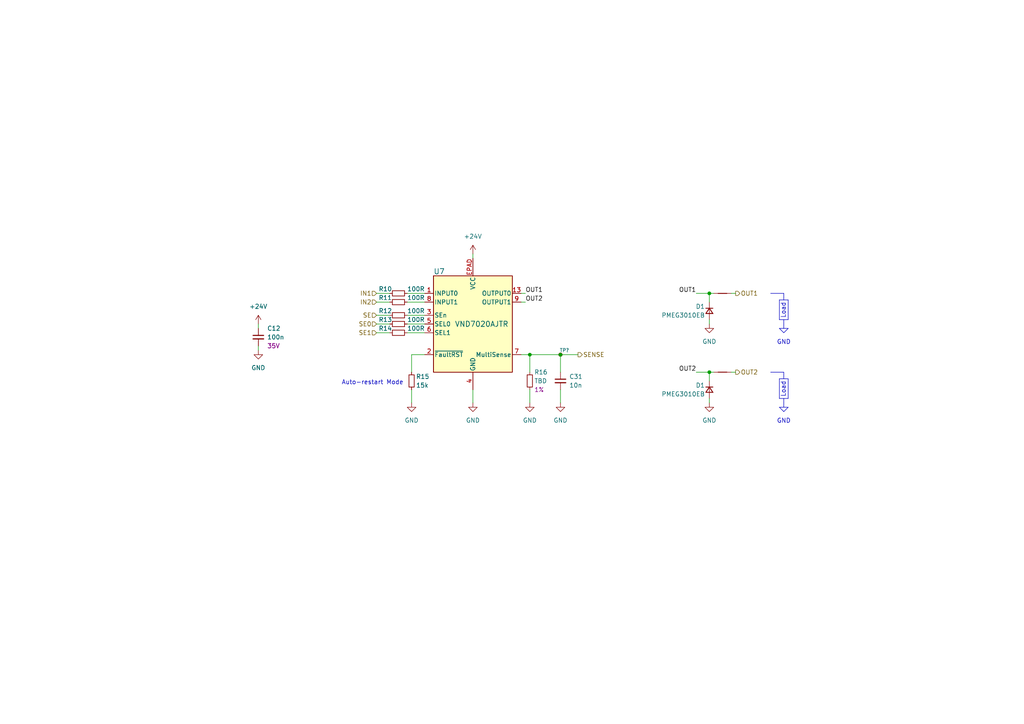
<source format=kicad_sch>
(kicad_sch (version 20230121) (generator eeschema)
  (paper "A4")
  (title_block (title "Fans") (date "2023-11-02") (rev "${REVISION}") (company "Author: I. Kajdan") (comment 1 "Reviewer:"))
  (lib_symbols
    (symbol "Connector:TestPoint_Small" (pin_numbers hide) (pin_names (offset 0.762) hide)
      (property "Reference" "TP" (at 0 3.81 0))
      (property "Value" "TestPoint_Small" (at 0 2.032 0))
      (symbol "TestPoint_Small_0_1"
        (circle (center 0 0) (radius 0.508))
      )
      (symbol "TestPoint_Small_1_1"
        (pin passive line (at 0 0 90) (length 0) (name "1") (number "1"))
      )
    )
    (symbol "Device:C_Small" (pin_numbers hide) (pin_names (offset 0.254) hide)
      (property "Reference" "C" (at 0.254 1.778 0))
      (property "Value" "C_Small" (at 0.254 -2.032 0))
      (symbol "C_Small_0_1"
        (polyline (pts (xy -1.524 -0.508) (xy 1.524 -0.508)) (stroke (width 0.3302)))
        (polyline (pts (xy -1.524 0.508) (xy 1.524 0.508)) (stroke (width 0.3048)))
      )
      (symbol "C_Small_1_1"
        (pin passive line (at 0 2.54 270) (length 2.032) (name "~") (number "1"))
        (pin passive line (at 0 -2.54 90) (length 2.032) (name "~") (number "2"))
      )
    )
    (symbol "Device:D_Small" (pin_numbers hide) (pin_names (offset 0.254) hide)
      (property "Reference" "D" (at -1.27 2.032 0))
      (property "Value" "D_Small" (at -3.81 -2.032 0))
      (symbol "D_Small_0_1"
        (polyline (pts (xy -0.762 -1.016) (xy -0.762 1.016)) (stroke (width 0.254)))
        (polyline (pts (xy -0.762 0) (xy 0.762 0)))
        (polyline (pts (xy 0.762 -1.016) (xy -0.762 0) (xy 0.762 1.016) (xy 0.762 -1.016)) (stroke (width 0.254)))
      )
      (symbol "D_Small_1_1"
        (pin passive line (at -2.54 0 0) (length 1.778) (name "K") (number "1"))
        (pin passive line (at 2.54 0 180) (length 1.778) (name "A") (number "2"))
      )
    )
    (symbol "Device:NetTie_2" (pin_numbers hide) (pin_names (offset 0) hide) (in_bom no)
      (property "Reference" "NT" (at 0 1.27 0))
      (property "Value" "NetTie_2" (at 0 -1.27 0))
      (symbol "NetTie_2_0_1"
        (polyline (pts (xy -1.27 0) (xy 1.27 0)) (stroke (width 0.254)))
      )
      (symbol "NetTie_2_1_1"
        (pin passive line (at -2.54 0 0) (length 2.54) (name "1") (number "1"))
        (pin passive line (at 2.54 0 180) (length 2.54) (name "2") (number "2"))
      )
    )
    (symbol "Device:R_Small" (pin_numbers hide) (pin_names (offset 0.254) hide)
      (property "Reference" "R" (at 0.762 0.508 0))
      (property "Value" "R_Small" (at 0.762 -1.016 0))
      (symbol "R_Small_0_1"
        (rectangle (start -0.762 1.778) (end 0.762 -1.778) (stroke (width 0.2032)))
      )
      (symbol "R_Small_1_1"
        (pin passive line (at 0 2.54 270) (length 0.762) (name "~") (number "1"))
        (pin passive line (at 0 -2.54 90) (length 0.762) (name "~") (number "2"))
      )
    )
    (symbol "VND7020AJTR:VND7020AJTR" (pin_names (offset 0.254))
      (property "Reference" "U" (at -11.43 15.24 0))
      (property "Value" "VND7020AJTR" (at 2.54 0 0))
      (symbol "VND7020AJTR_0_1"
        (rectangle (start -11.43 13.97) (end 11.43 -13.97) (stroke (width 0.254)) (fill (type background)))
      )
      (symbol "VND7020AJTR_1_1"
        (pin input line (at -13.97 8.89 0) (length 2.54) (name "INPUT0") (number "1"))
        (pin output line (at 13.97 6.35 180) (length 2.54) hide (name "OUTPUT1") (number "10"))
        (pin output line (at 13.97 6.35 180) (length 2.54) hide (name "OUTPUT1") (number "11"))
        (pin output line (at 13.97 6.35 180) (length 2.54) hide (name "OUTPUT1") (number "12"))
        (pin output line (at 13.97 8.89 180) (length 2.54) (name "OUTPUT0") (number "13"))
        (pin output line (at 13.97 8.89 180) (length 2.54) hide (name "OUTPUT0") (number "14"))
        (pin output line (at 13.97 8.89 180) (length 2.54) hide (name "OUTPUT0") (number "15"))
        (pin output line (at 13.97 8.89 180) (length 2.54) hide (name "OUTPUT0") (number "16"))
        (pin input line (at -13.97 -8.89 0) (length 2.54) (name "~{FaultRST}") (number "2"))
        (pin input line (at -13.97 2.54 0) (length 2.54) (name "SEn") (number "3"))
        (pin power_in line (at 0 -19.05 90) (length 5.08) (name "GND") (number "4"))
        (pin input line (at -13.97 0 0) (length 2.54) (name "SEL0") (number "5"))
        (pin input line (at -13.97 -2.54 0) (length 2.54) (name "SEL1") (number "6"))
        (pin passive line (at 13.97 -8.89 180) (length 2.54) (name "MultiSense") (number "7"))
        (pin input line (at -13.97 6.35 0) (length 2.54) (name "INPUT1") (number "8"))
        (pin output line (at 13.97 6.35 180) (length 2.54) (name "OUTPUT1") (number "9"))
        (pin power_in line (at 0 19.05 270) (length 5.08) (name "VCC") (number "EPAD"))
      )
    )
    (symbol "power:+24V" (power) (pin_names (offset 0))
      (property "Value" "+24V" (at 0 3.556 0))
      (symbol "+24V_0_1"
        (polyline (pts (xy -0.762 1.27) (xy 0 2.54)))
        (polyline (pts (xy 0 0) (xy 0 2.54)))
        (polyline (pts (xy 0 2.54) (xy 0.762 1.27)))
      )
      (symbol "+24V_1_1"
        (pin power_in line (at 0 0 90) (length 0) hide (name "+24V") (number "1"))
      )
    )
    (symbol "power:GND" (power) (pin_names (offset 0))
      (property "Value" "GND" (at 0 -3.81 0))
      (symbol "GND_0_1"
        (polyline (pts (xy 0 0) (xy 0 -1.27) (xy 1.27 -1.27) (xy 0 -2.54) (xy -1.27 -1.27) (xy 0 -1.27)))
      )
      (symbol "GND_1_1"
        (pin power_in line (at 0 0 270) (length 0) hide (name "GND") (number "1"))
      )
    )
  )
  (junction (at 205.74 85.09))
  (junction (at 162.56 102.87))
  (junction (at 205.74 107.95))
  (junction (at 153.67 102.87))
  (polyline (pts (xy 228.6 115.57) (xy 226.06 115.57)))
  (wire (pts (xy 152.4 87.63) (xy 151.13 87.63)))
  (polyline (pts (xy 227.33 115.57) (xy 227.33 116.84)))
  (wire (pts (xy 118.11 85.09) (xy 123.19 85.09)))
  (polyline (pts (xy 226.06 92.71) (xy 226.06 86.995)))
  (polyline (pts (xy 227.33 85.09) (xy 227.33 86.995)))
  (wire (pts (xy 201.93 107.95) (xy 205.74 107.95)))
  (wire (pts (xy 119.38 113.03) (xy 119.38 116.84)))
  (polyline (pts (xy 227.33 107.95) (xy 227.33 109.855)))
  (polyline (pts (xy 226.06 86.995) (xy 228.6 86.995)))
  (wire (pts (xy 74.93 93.98) (xy 74.93 95.25)))
  (wire (pts (xy 118.11 91.44) (xy 123.19 91.44)))
  (wire (pts (xy 205.74 115.57) (xy 205.74 116.84)))
  (wire (pts (xy 205.74 85.09) (xy 207.01 85.09)))
  (polyline (pts (xy 226.06 95.25) (xy 227.33 95.25)))
  (polyline (pts (xy 227.33 92.71) (xy 227.33 93.98)))
  (wire (pts (xy 212.09 85.09) (xy 213.36 85.09)))
  (wire (pts (xy 74.93 100.33) (xy 74.93 101.6)))
  (polyline (pts (xy 226.06 95.25) (xy 227.33 96.52)))
  (wire (pts (xy 152.4 85.09) (xy 151.13 85.09)))
  (wire (pts (xy 109.22 96.52) (xy 113.03 96.52)))
  (wire (pts (xy 109.22 87.63) (xy 113.03 87.63)))
  (wire (pts (xy 109.22 85.09) (xy 113.03 85.09)))
  (wire (pts (xy 109.22 91.44) (xy 113.03 91.44)))
  (polyline (pts (xy 227.33 119.38) (xy 228.6 118.11)))
  (wire (pts (xy 162.56 102.87) (xy 162.56 107.95)))
  (wire (pts (xy 162.56 102.87) (xy 167.64 102.87)))
  (wire (pts (xy 151.13 102.87) (xy 153.67 102.87)))
  (polyline (pts (xy 228.6 86.995) (xy 228.6 92.71)))
  (polyline (pts (xy 228.6 109.855) (xy 228.6 115.57)))
  (wire (pts (xy 162.56 113.03) (xy 162.56 116.84)))
  (wire (pts (xy 153.67 102.87) (xy 153.67 107.95)))
  (polyline (pts (xy 227.33 96.52) (xy 228.6 95.25)))
  (wire (pts (xy 137.16 113.03) (xy 137.16 116.84)))
  (wire (pts (xy 119.38 102.87) (xy 123.19 102.87)))
  (wire (pts (xy 212.09 107.95) (xy 213.36 107.95)))
  (wire (pts (xy 205.74 85.09) (xy 205.74 87.63)))
  (wire (pts (xy 118.11 96.52) (xy 123.19 96.52)))
  (polyline (pts (xy 227.33 93.98) (xy 227.33 95.25)))
  (polyline (pts (xy 227.33 118.11) (xy 228.6 118.11)))
  (polyline (pts (xy 223.52 107.95) (xy 227.33 107.95)))
  (polyline (pts (xy 223.52 85.09) (xy 227.33 85.09)))
  (polyline (pts (xy 226.06 118.11) (xy 227.33 118.11)))
  (wire (pts (xy 118.11 87.63) (xy 123.19 87.63)))
  (wire (pts (xy 205.74 92.71) (xy 205.74 93.98)))
  (wire (pts (xy 201.93 85.09) (xy 205.74 85.09)))
  (polyline (pts (xy 226.06 115.57) (xy 226.06 109.855)))
  (polyline (pts (xy 226.06 109.855) (xy 228.6 109.855)))
  (polyline (pts (xy 227.33 116.84) (xy 227.33 118.11)))
  (wire (pts (xy 137.16 73.66) (xy 137.16 74.93)))
  (wire (pts (xy 119.38 102.87) (xy 119.38 107.95)))
  (polyline (pts (xy 226.06 118.11) (xy 227.33 119.38)))
  (polyline (pts (xy 227.33 95.25) (xy 228.6 95.25)))
  (wire (pts (xy 109.22 93.98) (xy 113.03 93.98)))
  (wire (pts (xy 118.11 93.98) (xy 123.19 93.98)))
  (wire (pts (xy 205.74 107.95) (xy 205.74 110.49)))
  (wire (pts (xy 205.74 107.95) (xy 207.01 107.95)))
  (polyline (pts (xy 228.6 92.71) (xy 226.06 92.71)))
  (wire (pts (xy 153.67 102.87) (xy 162.56 102.87)))
  (wire (pts (xy 153.67 113.03) (xy 153.67 116.84)))
  (text "GND" (at 225.298 100.076 0) (effects (font (size 1.27 1.27)) (justify left bottom)))
  (text "Auto-restart Mode" (at 99.06 111.76 0) (effects (font (size 1.27 1.27)) (justify left bottom)))
  (text "GND" (at 225.298 122.936 0) (effects (font (size 1.27 1.27)) (justify left bottom)))
  (text "Load" (at 227.965 92.456 90) (effects (font (size 1.27 1.27)) (justify left bottom)))
  (text "Load" (at 227.965 115.316 90) (effects (font (size 1.27 1.27)) (justify left bottom)))
  (label "OUT2" (at 201.93 107.95 180))
  (label "OUT2" (at 152.4 87.63 0))
  (label "OUT1" (at 152.4 85.09 0))
  (label "OUT1" (at 201.93 85.09 180))
  (hierarchical_label "SE1" (shape input) (at 109.22 96.52 180))
  (hierarchical_label "OUT2" (shape output) (at 213.36 107.95 0))
  (hierarchical_label "SE" (shape input) (at 109.22 91.44 180))
  (hierarchical_label "SENSE" (shape output) (at 167.64 102.87 0))
  (hierarchical_label "OUT1" (shape output) (at 213.36 85.09 0))
  (hierarchical_label "IN1" (shape input) (at 109.22 85.09 180))
  (hierarchical_label "IN2" (shape input) (at 109.22 87.63 180))
  (hierarchical_label "SE0" (shape input) (at 109.22 93.98 180))
  (symbol (lib_id "VND7020AJTR:VND7020AJTR") (at 137.16 93.98 0) (unit 1)
    (property "Reference" "U7" (at 125.73 78.74 0) (effects (font (size 1.524 1.524)) (justify left)))
    (property "Value" "VND7020AJTR" (at 139.7 93.98 0) (effects (font (size 1.524 1.524))))
    (property "Footprint" "Local_Library:VND7020AJTR" (effects hide))
    (property "Datasheet" "https://www.mouser.pl/datasheet/2/389/vnd7020aj-1852633.pdf" (effects hide))
    (instances (project "rearbox" (path "" (reference "U7") (unit 1)) (path "" (reference "U8") (unit 1))))
  )
  (symbol (lib_id "power:+24V") (at 74.93 93.98 0) (unit 1)
    (property "Reference" "#PWR020" (effects hide))
    (property "Value" "+24V" (at 74.93 88.9 0))
    (instances (project "rearbox" (path "" (reference "#PWR020") (unit 1)) (path "" (reference "#PWR070") (unit 1)) (path "" (reference "#PWR079") (unit 1))))
  )
  (symbol (lib_id "power:GND") (at 162.56 116.84 0) (unit 1)
    (property "Reference" "#PWR?" (effects hide))
    (property "Value" "GND" (at 162.56 121.92 0))
    (instances (project "rearbox" (path "" (reference "#PWR?") (unit 1)) (path "" (reference "#PWR?") (unit 1)) (path "" (reference "#PWR0130") (unit 1)) (path "" (reference "#PWR?") (unit 1)) (path "" (reference "#PWR085") (unit 1)) (path "" (reference "#PWR076") (unit 1))) (project "Traction_Control_System" (path "" (reference "#PWR?") (unit 1)) (path "" (reference "#PWR?") (unit 1))))
  )
  (symbol (lib_id "power:GND") (at 74.93 101.6 0) (unit 1)
    (property "Reference" "#PWR?" (effects hide))
    (property "Value" "GND" (at 74.93 106.68 0))
    (instances (project "rearbox" (path "" (reference "#PWR?") (unit 1)) (path "" (reference "#PWR?") (unit 1)) (path "" (reference "#PWR0130") (unit 1)) (path "" (reference "#PWR?") (unit 1)) (path "" (reference "#PWR080") (unit 1)) (path "" (reference "#PWR071") (unit 1))) (project "Traction_Control_System" (path "" (reference "#PWR?") (unit 1)) (path "" (reference "#PWR?") (unit 1))))
  )
  (symbol (lib_id "Device:R_Small") (at 115.57 91.44 90) (mirror x) (unit 1)
    (property "Reference" "R12" (at 111.76 90.17 90))
    (property "Value" "100R" (at 120.65 90.17 90))
    (property "Footprint" "Resistor_SMD:R_0603_1608Metric" (effects hide))
    (instances (project "rearbox" (path "" (reference "R12") (unit 1)) (path "" (reference "R19") (unit 1))))
  )
  (symbol (lib_id "Device:R_Small") (at 115.57 93.98 90) (mirror x) (unit 1)
    (property "Reference" "R13" (at 111.76 92.71 90))
    (property "Value" "100R" (at 120.65 92.71 90))
    (property "Footprint" "Resistor_SMD:R_0603_1608Metric" (effects hide))
    (instances (project "rearbox" (path "" (reference "R13") (unit 1)) (path "" (reference "R20") (unit 1))))
  )
  (symbol (lib_id "power:GND") (at 205.74 116.84 0) (unit 1)
    (property "Reference" "#PWR?" (effects hide))
    (property "Value" "GND" (at 205.74 121.92 0))
    (instances (project "rearbox" (path "" (reference "#PWR?") (unit 1)) (path "" (reference "#PWR?") (unit 1)) (path "" (reference "#PWR0130") (unit 1)) (path "" (reference "#PWR?") (unit 1)) (path "" (reference "#PWR087") (unit 1)) (path "" (reference "#PWR078") (unit 1))) (project "Traction_Control_System" (path "" (reference "#PWR?") (unit 1)) (path "" (reference "#PWR?") (unit 1))))
  )
  (symbol (lib_id "Device:R_Small") (at 153.67 110.49 0) (unit 1)
    (property "Reference" "R16" (at 154.94 107.95 0) (effects (justify left)))
    (property "Value" "TBD" (at 154.94 110.49 0) (effects (justify left)))
    (property "Footprint" "Resistor_SMD:R_0603_1608Metric" (effects hide))
    (property "Tolerance" "1%" (at 154.94 113.03 0) (effects (justify left)))
    (instances (project "rearbox" (path "" (reference "R16") (unit 1)) (path "" (reference "R23") (unit 1))))
  )
  (symbol (lib_id "power:+24V") (at 137.16 73.66 0) (unit 1)
    (property "Reference" "#PWR020" (effects hide))
    (property "Value" "+24V" (at 137.16 68.58 0))
    (instances (project "rearbox" (path "" (reference "#PWR020") (unit 1)) (path "" (reference "#PWR073") (unit 1)) (path "" (reference "#PWR082") (unit 1))))
  )
  (symbol (lib_id "power:GND") (at 205.74 93.98 0) (unit 1)
    (property "Reference" "#PWR?" (effects hide))
    (property "Value" "GND" (at 205.74 99.06 0))
    (instances (project "rearbox" (path "" (reference "#PWR?") (unit 1)) (path "" (reference "#PWR?") (unit 1)) (path "" (reference "#PWR0130") (unit 1)) (path "" (reference "#PWR?") (unit 1)) (path "" (reference "#PWR086") (unit 1)) (path "" (reference "#PWR077") (unit 1))) (project "Traction_Control_System" (path "" (reference "#PWR?") (unit 1)) (path "" (reference "#PWR?") (unit 1))))
  )
  (symbol (lib_id "Connector:TestPoint_Small") (at 162.56 102.87 0) (unit 1)
    (property "Reference" "TP?" (at 165.1 101.6 0) (effects (font (size 1 1)) (justify right)))
    (property "Value" "TestPoint_Small" (effects hide))
    (property "Footprint" "TestPoint:TestPoint_Pad_D1.0mm" (effects hide))
    (instances (project "rearbox" (path "" (reference "TP?") (unit 1)) (path "" (reference "TP3") (unit 1)) (path "" (reference "TP1") (unit 1)) (path "" (reference "TP49") (unit 1)) (path "" (reference "TP?") (unit 1)) (path "" (reference "TP17") (unit 1)) (path "" (reference "TP18") (unit 1))))
  )
  (symbol (lib_id "Device:R_Small") (at 115.57 87.63 90) (mirror x) (unit 1)
    (property "Reference" "R11" (at 111.76 86.36 90))
    (property "Value" "100R" (at 120.65 86.36 90))
    (property "Footprint" "Resistor_SMD:R_0603_1608Metric" (effects hide))
    (instances (project "rearbox" (path "" (reference "R11") (unit 1)) (path "" (reference "R18") (unit 1))))
  )
  (symbol (lib_id "Device:NetTie_2") (at 209.55 85.09 0) (unit 1) (in_bom no)
    (property "Reference" "NT5" (effects hide))
    (property "Value" "NetTie_2" (effects hide))
    (property "Footprint" "NetTie:NetTie-2_SMD_Pad0.5mm" (effects hide))
    (instances (project "rearbox" (path "" (reference "NT5") (unit 1)) (path "" (reference "NT1") (unit 1)) (path "" (reference "NT3") (unit 1))))
  )
  (symbol (lib_id "power:GND") (at 153.67 116.84 0) (unit 1)
    (property "Reference" "#PWR?" (effects hide))
    (property "Value" "GND" (at 153.67 121.92 0))
    (instances (project "rearbox" (path "" (reference "#PWR?") (unit 1)) (path "" (reference "#PWR?") (unit 1)) (path "" (reference "#PWR0130") (unit 1)) (path "" (reference "#PWR?") (unit 1)) (path "" (reference "#PWR084") (unit 1)) (path "" (reference "#PWR075") (unit 1))) (project "Traction_Control_System" (path "" (reference "#PWR?") (unit 1)) (path "" (reference "#PWR?") (unit 1))))
  )
  (symbol (lib_id "Device:R_Small") (at 119.38 110.49 0) (unit 1)
    (property "Reference" "R15" (at 120.65 109.22 0) (effects (justify left)))
    (property "Value" "15k" (at 120.65 111.76 0) (effects (justify left)))
    (property "Footprint" "Resistor_SMD:R_0603_1608Metric" (effects hide))
    (instances (project "rearbox" (path "" (reference "R15") (unit 1)) (path "" (reference "R22") (unit 1))))
  )
  (symbol (lib_id "Device:D_Small") (at 205.74 90.17 90) (mirror x) (unit 1)
    (property "Reference" "D1" (at 204.47 88.9 90) (effects (justify left)))
    (property "Value" "PMEG3010EB" (at 204.47 91.44 90) (effects (justify left)))
    (property "Footprint" "Diode_SMD:D_SOD-523" (effects hide))
    (property "Datasheet" "https://www.mouser.pl/datasheet/2/916/PMEG3010EB-2938463.pdf" (effects hide))
    (instances (project "control_board" (path "" (reference "D1") (unit 1))) (project "rearbox" (path "" (reference "D?") (unit 1)) (path "" (reference "D3") (unit 1)) (path "" (reference "D5") (unit 1))))
  )
  (symbol (lib_id "Device:C_Small") (at 74.93 97.79 0) (mirror y) (unit 1)
    (property "Reference" "C12" (at 77.47 95.25 0) (effects (justify right)))
    (property "Value" "100n" (at 77.47 97.79 0) (effects (justify right)))
    (property "Footprint" "Capacitor_SMD:C_0805_2012Metric" (effects hide))
    (property "Rated Voltage" "35V" (at 77.47 100.33 0) (effects (justify right)))
    (instances (project "rearbox" (path "" (reference "C12") (unit 1)) (path "" (reference "C30") (unit 1)) (path "" (reference "C32") (unit 1))))
  )
  (symbol (lib_id "power:GND") (at 137.16 116.84 0) (unit 1)
    (property "Reference" "#PWR?" (effects hide))
    (property "Value" "GND" (at 137.16 121.92 0))
    (instances (project "rearbox" (path "" (reference "#PWR?") (unit 1)) (path "" (reference "#PWR?") (unit 1)) (path "" (reference "#PWR0130") (unit 1)) (path "" (reference "#PWR?") (unit 1)) (path "" (reference "#PWR083") (unit 1)) (path "" (reference "#PWR074") (unit 1))) (project "Traction_Control_System" (path "" (reference "#PWR?") (unit 1)) (path "" (reference "#PWR?") (unit 1))))
  )
  (symbol (lib_id "Device:R_Small") (at 115.57 96.52 90) (mirror x) (unit 1)
    (property "Reference" "R14" (at 111.76 95.25 90))
    (property "Value" "100R" (at 120.65 95.25 90))
    (property "Footprint" "Resistor_SMD:R_0603_1608Metric" (effects hide))
    (instances (project "rearbox" (path "" (reference "R14") (unit 1)) (path "" (reference "R21") (unit 1))))
  )
  (symbol (lib_id "Device:R_Small") (at 115.57 85.09 90) (mirror x) (unit 1)
    (property "Reference" "R10" (at 111.76 83.82 90))
    (property "Value" "100R" (at 120.65 83.82 90))
    (property "Footprint" "Resistor_SMD:R_0603_1608Metric" (effects hide))
    (instances (project "rearbox" (path "" (reference "R10") (unit 1)) (path "" (reference "R17") (unit 1))))
  )
  (symbol (lib_id "power:GND") (at 119.38 116.84 0) (unit 1)
    (property "Reference" "#PWR?" (effects hide))
    (property "Value" "GND" (at 119.38 121.92 0))
    (instances (project "rearbox" (path "" (reference "#PWR?") (unit 1)) (path "" (reference "#PWR?") (unit 1)) (path "" (reference "#PWR0130") (unit 1)) (path "" (reference "#PWR?") (unit 1)) (path "" (reference "#PWR081") (unit 1)) (path "" (reference "#PWR072") (unit 1))) (project "Traction_Control_System" (path "" (reference "#PWR?") (unit 1)) (path "" (reference "#PWR?") (unit 1))))
  )
  (symbol (lib_id "Device:D_Small") (at 205.74 113.03 90) (mirror x) (unit 1)
    (property "Reference" "D1" (at 204.47 111.76 90) (effects (justify left)))
    (property "Value" "PMEG3010EB" (at 204.47 114.3 90) (effects (justify left)))
    (property "Footprint" "Diode_SMD:D_SOD-523" (effects hide))
    (property "Datasheet" "https://www.mouser.pl/datasheet/2/916/PMEG3010EB-2938463.pdf" (effects hide))
    (instances (project "control_board" (path "" (reference "D1") (unit 1))) (project "rearbox" (path "" (reference "D?") (unit 1)) (path "" (reference "D4") (unit 1)) (path "" (reference "D6") (unit 1))))
  )
  (symbol (lib_id "Device:NetTie_2") (at 209.55 107.95 0) (unit 1) (in_bom no)
    (property "Reference" "NT5" (effects hide))
    (property "Value" "NetTie_2" (effects hide))
    (property "Footprint" "NetTie:NetTie-2_SMD_Pad0.5mm" (effects hide))
    (instances (project "rearbox" (path "" (reference "NT5") (unit 1)) (path "" (reference "NT2") (unit 1)) (path "" (reference "NT4") (unit 1))))
  )
  (symbol (lib_id "Device:C_Small") (at 162.56 110.49 0) (unit 1)
    (property "Reference" "C31" (at 165.1 109.2263 0) (effects (justify left)))
    (property "Value" "10n" (at 165.1 111.7663 0) (effects (justify left)))
    (property "Footprint" "Capacitor_SMD:C_0603_1608Metric" (effects hide))
    (instances (project "rearbox" (path "" (reference "C31") (unit 1)) (path "" (reference "C33") (unit 1))))
  )
)
</source>
